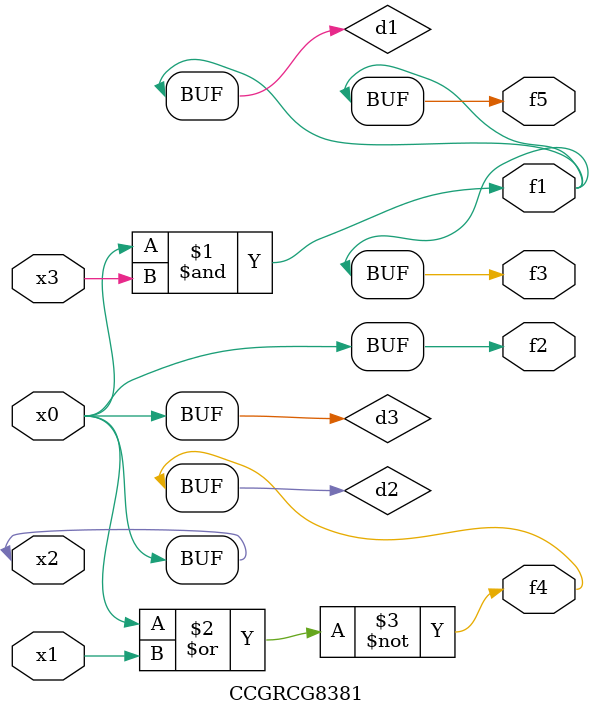
<source format=v>
module CCGRCG8381(
	input x0, x1, x2, x3,
	output f1, f2, f3, f4, f5
);

	wire d1, d2, d3;

	and (d1, x2, x3);
	nor (d2, x0, x1);
	buf (d3, x0, x2);
	assign f1 = d1;
	assign f2 = d3;
	assign f3 = d1;
	assign f4 = d2;
	assign f5 = d1;
endmodule

</source>
